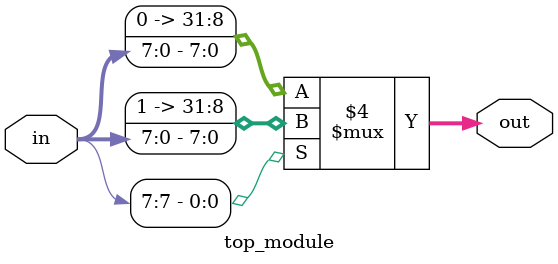
<source format=v>
module top_module (
    input [7:0] in,
    output reg [31:0] out );//

    always @(*) begin
        if (in[7] == 1)
            out = { {24{1'b1}}, in};
        else
            out = { {24{1'b0}}, in};
    end
endmodule

</source>
